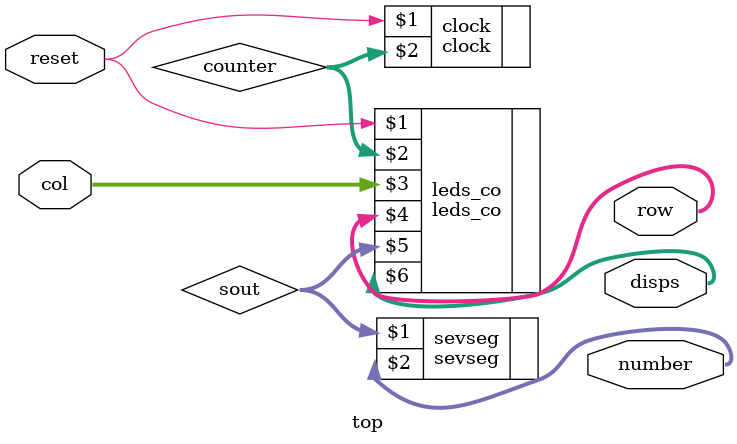
<source format=sv>
/*
by Carlos Ojeda de Silva, September 17 2025
cojedadesilva@g.hmc.edu
This file combines SEVEN SEGMENT LOGIC WITH THE SWITCHING AND KEYPAD
*/
module top(
	input 	reset,
	input logic [3:0] col,
	output logic [3:0] row,
	output 	logic [1:0] disps,
	output  logic [6:0] number 
);
	logic [31:0] counter;
	logic [3:0] sout;
	clock clock(reset, counter); //comment for tb
	leds_co leds_co(reset, counter, col, row, sout, disps);
	sevseg sevseg(sout[3:0], number[6:0]);
endmodule
</source>
